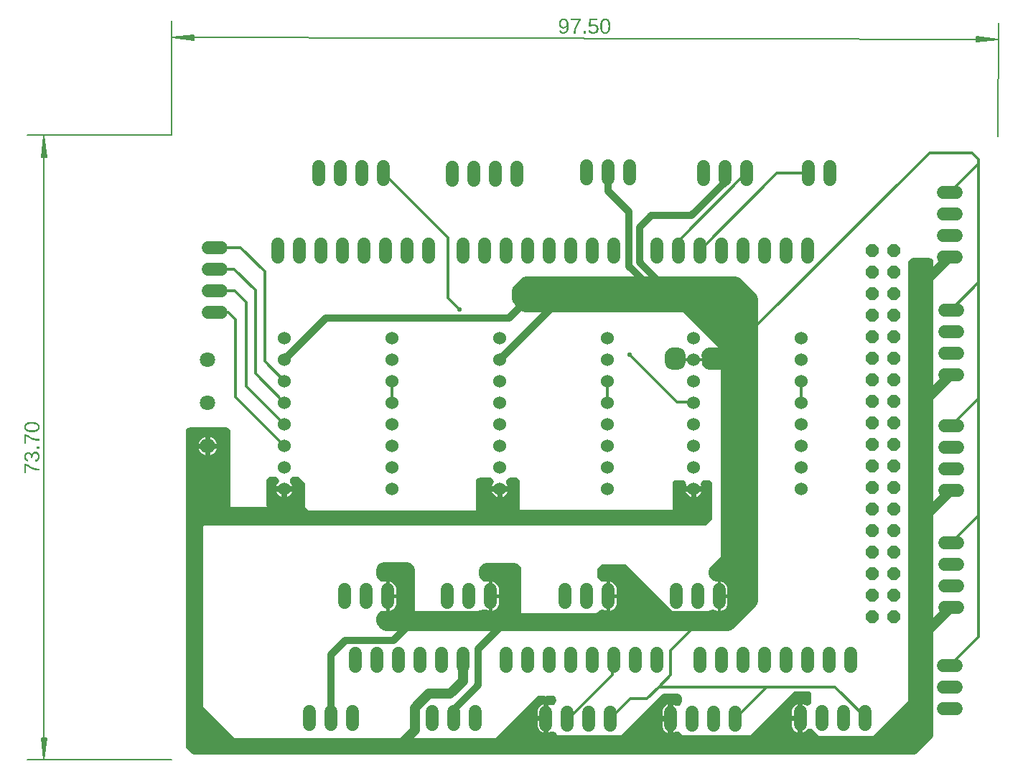
<source format=gbr>
G04 EAGLE Gerber RS-274X export*
G75*
%MOMM*%
%FSLAX34Y34*%
%LPD*%
%INTop Copper*%
%IPPOS*%
%AMOC8*
5,1,8,0,0,1.08239X$1,22.5*%
G01*
G04 Define Apertures*
%ADD10C,0.130000*%
%ADD11C,1.524000*%
%ADD12P,1.64956X8X112.5*%
%ADD13C,1.524000*%
%ADD14C,1.800000*%
%ADD15C,0.304800*%
%ADD16C,0.812800*%
%ADD17C,0.320041*%
%ADD18C,1.160000*%
%ADD19C,0.574041*%
%ADD20C,0.550000*%
G36*
X876877Y6402D02*
X874896Y6000D01*
X28104Y6000D01*
X26198Y6371D01*
X24512Y7488D01*
X18488Y13512D01*
X17402Y15123D01*
X17000Y17104D01*
X17000Y386920D01*
X17342Y388751D01*
X18431Y390454D01*
X20099Y391598D01*
X22080Y392000D01*
X64920Y392000D01*
X66751Y391658D01*
X68454Y390569D01*
X69598Y388901D01*
X70000Y386920D01*
X70000Y298082D01*
X70000Y298078D01*
X70009Y298009D01*
X70160Y298000D01*
X112877Y298000D01*
X112963Y298004D01*
X112983Y298007D01*
X112879Y298160D01*
X112000Y301016D01*
X112000Y328920D01*
X112342Y330751D01*
X113431Y332454D01*
X115099Y333598D01*
X117080Y334000D01*
X121831Y334000D01*
X123587Y333687D01*
X125307Y332625D01*
X126477Y330976D01*
X126910Y329001D01*
X126540Y327013D01*
X125423Y325328D01*
X125145Y325049D01*
X124150Y322648D01*
X142450Y322648D01*
X141455Y325049D01*
X141177Y325328D01*
X140157Y326791D01*
X139692Y328758D01*
X140031Y330751D01*
X141120Y332454D01*
X142788Y333598D01*
X144769Y334000D01*
X147896Y334000D01*
X149802Y333629D01*
X151488Y332512D01*
X156512Y327488D01*
X157598Y325877D01*
X158000Y323896D01*
X158000Y298201D01*
X158016Y297997D01*
X158113Y297887D01*
X161858Y294142D01*
X162014Y294009D01*
X162160Y294000D01*
X358918Y294000D01*
X358922Y294000D01*
X358991Y294009D01*
X359000Y294160D01*
X359000Y327896D01*
X359371Y329802D01*
X360488Y331488D01*
X360512Y331512D01*
X362123Y332598D01*
X364104Y333000D01*
X375035Y333000D01*
X376829Y332673D01*
X378540Y331597D01*
X379697Y329939D01*
X380115Y327961D01*
X379728Y325976D01*
X378350Y322648D01*
X396650Y322648D01*
X395272Y325976D01*
X394888Y327758D01*
X395226Y329751D01*
X396316Y331454D01*
X397984Y332598D01*
X399965Y333000D01*
X405920Y333000D01*
X407751Y332658D01*
X409454Y331569D01*
X410598Y329901D01*
X411000Y327920D01*
X411000Y296201D01*
X411016Y295997D01*
X411113Y295887D01*
X411858Y295142D01*
X412014Y295009D01*
X412160Y295000D01*
X590918Y295000D01*
X590922Y295000D01*
X590991Y295009D01*
X591000Y295160D01*
X591000Y324920D01*
X591342Y326751D01*
X592431Y328454D01*
X594099Y329598D01*
X596080Y330000D01*
X602292Y330000D01*
X604086Y329673D01*
X605798Y328597D01*
X606954Y326939D01*
X607372Y324961D01*
X606986Y322976D01*
X606850Y322648D01*
X625150Y322648D01*
X625014Y322976D01*
X624630Y324758D01*
X624969Y326751D01*
X626059Y328454D01*
X627726Y329598D01*
X629708Y330000D01*
X632920Y330000D01*
X634751Y329658D01*
X636454Y328569D01*
X637598Y326901D01*
X638000Y324920D01*
X638000Y286104D01*
X637629Y284198D01*
X636512Y282512D01*
X631488Y277488D01*
X629877Y276402D01*
X627896Y276000D01*
X38082Y276000D01*
X38078Y276000D01*
X38009Y275991D01*
X38000Y275840D01*
X38000Y62201D01*
X38016Y61997D01*
X38113Y61887D01*
X73858Y26142D01*
X74014Y26009D01*
X74160Y26000D01*
X382799Y26000D01*
X383003Y26016D01*
X383113Y26113D01*
X431512Y74512D01*
X433123Y75598D01*
X435104Y76000D01*
X438152Y76000D01*
X439869Y75701D01*
X441598Y74652D01*
X441772Y74411D01*
X441799Y74454D01*
X443467Y75598D01*
X445448Y76000D01*
X448920Y76000D01*
X450751Y75658D01*
X452454Y74569D01*
X453598Y72901D01*
X454000Y70920D01*
X454000Y69482D01*
X453673Y67689D01*
X452597Y65977D01*
X450939Y64820D01*
X448961Y64402D01*
X446976Y64789D01*
X444848Y65670D01*
X444848Y32130D01*
X447601Y33270D01*
X449024Y33630D01*
X451036Y33433D01*
X452812Y32467D01*
X453787Y31240D01*
X453829Y31269D01*
X454008Y31006D01*
X454113Y30887D01*
X455858Y29142D01*
X456014Y29009D01*
X456160Y29000D01*
X529799Y29000D01*
X530003Y29016D01*
X530113Y29113D01*
X577512Y76512D01*
X579123Y77598D01*
X581104Y78000D01*
X596920Y78000D01*
X598751Y77658D01*
X600454Y76569D01*
X601598Y74901D01*
X602000Y72920D01*
X602000Y68768D01*
X601673Y66974D01*
X600597Y65263D01*
X598939Y64106D01*
X596961Y63688D01*
X594976Y64074D01*
X591848Y65370D01*
X591848Y31830D01*
X595015Y33142D01*
X596153Y33464D01*
X598173Y33381D01*
X600001Y32517D01*
X601347Y31008D01*
X601925Y29310D01*
X601930Y29311D01*
X601948Y29241D01*
X601998Y29094D01*
X602009Y29009D01*
X602160Y29000D01*
X682799Y29000D01*
X683003Y29016D01*
X683113Y29113D01*
X733512Y79512D01*
X735123Y80598D01*
X737104Y81000D01*
X749920Y81000D01*
X751751Y80658D01*
X753454Y79569D01*
X754598Y77901D01*
X755000Y75920D01*
X755000Y69185D01*
X754673Y67391D01*
X753597Y65680D01*
X751939Y64523D01*
X749961Y64105D01*
X747976Y64492D01*
X744648Y65870D01*
X744648Y32330D01*
X747049Y33325D01*
X749270Y35546D01*
X750807Y36599D01*
X752781Y37033D01*
X754769Y36662D01*
X756454Y35546D01*
X763858Y28142D01*
X764014Y28009D01*
X764160Y28000D01*
X826799Y28000D01*
X827003Y28016D01*
X827113Y28113D01*
X868858Y69858D01*
X868991Y70014D01*
X869000Y70160D01*
X869000Y585896D01*
X869371Y587802D01*
X870488Y589488D01*
X871512Y590512D01*
X873123Y591598D01*
X875104Y592000D01*
X893920Y592000D01*
X895751Y591658D01*
X897454Y590569D01*
X898598Y588901D01*
X899000Y586920D01*
X899000Y30104D01*
X898629Y28198D01*
X897512Y26512D01*
X878488Y7488D01*
X876877Y6402D01*
G37*
%LPC*%
G36*
X46048Y373048D02*
X53644Y373048D01*
X52325Y376231D01*
X49231Y379325D01*
X46048Y380644D01*
X46048Y373048D01*
G37*
G36*
X32356Y373048D02*
X39952Y373048D01*
X39952Y380644D01*
X36769Y379325D01*
X33675Y376231D01*
X32356Y373048D01*
G37*
G36*
X36769Y360675D02*
X39952Y359356D01*
X39952Y366952D01*
X32356Y366952D01*
X33675Y363769D01*
X36769Y360675D01*
G37*
G36*
X46048Y366952D02*
X46048Y359356D01*
X49231Y360675D01*
X52325Y363769D01*
X53644Y366952D01*
X46048Y366952D01*
G37*
G36*
X619048Y316552D02*
X619048Y310450D01*
X621449Y311445D01*
X624155Y314151D01*
X625150Y316552D01*
X619048Y316552D01*
G37*
G36*
X610551Y311445D02*
X612952Y310450D01*
X612952Y316552D01*
X606850Y316552D01*
X607845Y314151D01*
X610551Y311445D01*
G37*
G36*
X390548Y316552D02*
X390548Y310450D01*
X392949Y311445D01*
X395655Y314151D01*
X396650Y316552D01*
X390548Y316552D01*
G37*
G36*
X382051Y311445D02*
X384452Y310450D01*
X384452Y316552D01*
X378350Y316552D01*
X379345Y314151D01*
X382051Y311445D01*
G37*
G36*
X136348Y316552D02*
X136348Y310450D01*
X138749Y311445D01*
X141455Y314151D01*
X142450Y316552D01*
X136348Y316552D01*
G37*
G36*
X127851Y311445D02*
X130252Y310450D01*
X130252Y316552D01*
X124150Y316552D01*
X125145Y314151D01*
X127851Y311445D01*
G37*
G36*
X731980Y52148D02*
X738552Y52148D01*
X738552Y65870D01*
X736151Y64875D01*
X733445Y62169D01*
X731980Y58634D01*
X731980Y52148D01*
G37*
G36*
X432180Y51948D02*
X438752Y51948D01*
X438752Y65670D01*
X436351Y64675D01*
X433645Y61969D01*
X432180Y58434D01*
X432180Y51948D01*
G37*
G36*
X579180Y51648D02*
X585752Y51648D01*
X585752Y65370D01*
X583351Y64375D01*
X580645Y61669D01*
X579180Y58134D01*
X579180Y51648D01*
G37*
G36*
X736151Y33325D02*
X738552Y32330D01*
X738552Y46052D01*
X731980Y46052D01*
X731980Y39566D01*
X733445Y36031D01*
X736151Y33325D01*
G37*
G36*
X436351Y33125D02*
X438752Y32130D01*
X438752Y45852D01*
X432180Y45852D01*
X432180Y39366D01*
X433645Y35831D01*
X436351Y33125D01*
G37*
G36*
X583351Y32825D02*
X585752Y31830D01*
X585752Y45552D01*
X579180Y45552D01*
X579180Y39066D01*
X580645Y35531D01*
X583351Y32825D01*
G37*
%LPD*%
G36*
X659779Y152724D02*
X656212Y152000D01*
X253788Y152000D01*
X250356Y152668D01*
X247322Y154678D01*
X244678Y157322D01*
X242724Y160221D01*
X242000Y163788D01*
X242000Y166833D01*
X242589Y170061D01*
X244525Y173142D01*
X247510Y175224D01*
X251071Y175977D01*
X252183Y175760D01*
X253368Y175760D01*
X253368Y210240D01*
X252420Y210240D01*
X251435Y210028D01*
X247848Y210638D01*
X244782Y212599D01*
X242724Y215601D01*
X242000Y219167D01*
X242000Y223856D01*
X242615Y227152D01*
X244576Y230218D01*
X247578Y232276D01*
X251144Y233000D01*
X277856Y233000D01*
X281152Y232385D01*
X284218Y230424D01*
X286276Y227422D01*
X287000Y223856D01*
X287000Y176169D01*
X287005Y176045D01*
X287009Y176010D01*
X287214Y176000D01*
X362831Y176000D01*
X362955Y176005D01*
X362996Y176010D01*
X363103Y176081D01*
X363162Y176099D01*
X363372Y176212D01*
X363394Y176170D01*
X368106Y177619D01*
X371678Y176923D01*
X374368Y175809D01*
X374368Y210240D01*
X373420Y210240D01*
X372435Y210028D01*
X368848Y210638D01*
X365782Y212599D01*
X363724Y215601D01*
X363000Y219167D01*
X363000Y222856D01*
X363615Y226152D01*
X365576Y229218D01*
X368578Y231276D01*
X372144Y232000D01*
X403856Y232000D01*
X407152Y231385D01*
X410218Y229424D01*
X412276Y226422D01*
X413000Y222856D01*
X413000Y173169D01*
X413005Y173045D01*
X413009Y173010D01*
X413214Y173000D01*
X500701Y173000D01*
X501007Y173020D01*
X501151Y173151D01*
X501789Y173789D01*
X501854Y173863D01*
X501888Y173888D01*
X502000Y174000D01*
X502018Y173982D01*
X505095Y176225D01*
X508655Y176977D01*
X512228Y176281D01*
X513368Y175809D01*
X513368Y210240D01*
X512420Y210240D01*
X511435Y210028D01*
X507848Y210638D01*
X504782Y212599D01*
X502724Y215601D01*
X502000Y219167D01*
X502000Y221856D01*
X502615Y225152D01*
X504576Y228218D01*
X507578Y230276D01*
X511144Y231000D01*
X532212Y231000D01*
X535644Y230332D01*
X538678Y228322D01*
X590789Y176211D01*
X591019Y176009D01*
X591214Y176000D01*
X633831Y176000D01*
X633955Y176005D01*
X633997Y176010D01*
X634372Y176212D01*
X634458Y176052D01*
X638723Y177363D01*
X642296Y176668D01*
X644368Y175809D01*
X644368Y210240D01*
X643144Y210240D01*
X639848Y210855D01*
X636782Y212816D01*
X634724Y215818D01*
X634000Y219384D01*
X634000Y222212D01*
X634668Y225644D01*
X636678Y228678D01*
X647789Y239789D01*
X647991Y240019D01*
X648000Y240214D01*
X648000Y459831D01*
X647995Y459955D01*
X647991Y459990D01*
X647786Y460000D01*
X634764Y460000D01*
X631468Y460615D01*
X628402Y462576D01*
X626344Y465578D01*
X625620Y469144D01*
X625620Y469968D01*
X606380Y469968D01*
X606380Y469144D01*
X605765Y465848D01*
X603804Y462782D01*
X600802Y460724D01*
X597236Y460000D01*
X591144Y460000D01*
X587848Y460615D01*
X584782Y462576D01*
X582724Y465578D01*
X582000Y469144D01*
X582000Y476856D01*
X582615Y480152D01*
X584576Y483218D01*
X587578Y485276D01*
X591144Y486000D01*
X597701Y486000D01*
X600930Y485411D01*
X604011Y483475D01*
X606093Y480490D01*
X606845Y476929D01*
X606380Y474541D01*
X606380Y474032D01*
X625620Y474032D01*
X625620Y474427D01*
X625159Y476565D01*
X625769Y480152D01*
X627731Y483218D01*
X630732Y485276D01*
X634299Y486000D01*
X645746Y486000D01*
X645975Y486013D01*
X645849Y486151D01*
X604211Y527789D01*
X603981Y527991D01*
X603786Y528000D01*
X417788Y528000D01*
X414356Y528668D01*
X411322Y530678D01*
X404678Y537322D01*
X402724Y540221D01*
X402000Y543788D01*
X402000Y553212D01*
X402668Y556644D01*
X404678Y559678D01*
X412322Y567322D01*
X415221Y569276D01*
X418788Y570000D01*
X665212Y570000D01*
X668644Y569332D01*
X671678Y567322D01*
X689322Y549678D01*
X691276Y546779D01*
X692000Y543212D01*
X692000Y187788D01*
X691332Y184356D01*
X689322Y181322D01*
X662678Y154678D01*
X659779Y152724D01*
G37*
%LPC*%
G36*
X257432Y195032D02*
X265020Y195032D01*
X265020Y202534D01*
X263555Y206069D01*
X260849Y208775D01*
X257432Y210191D01*
X257432Y195032D01*
G37*
G36*
X378432Y195032D02*
X386020Y195032D01*
X386020Y202534D01*
X384555Y206069D01*
X381849Y208775D01*
X378432Y210191D01*
X378432Y195032D01*
G37*
G36*
X517432Y195032D02*
X525020Y195032D01*
X525020Y202534D01*
X523555Y206069D01*
X520849Y208775D01*
X517432Y210191D01*
X517432Y195032D01*
G37*
G36*
X648432Y195032D02*
X656020Y195032D01*
X656020Y202534D01*
X654555Y206069D01*
X651849Y208775D01*
X648432Y210191D01*
X648432Y195032D01*
G37*
G36*
X648432Y190968D02*
X648432Y175809D01*
X651849Y177225D01*
X654555Y179931D01*
X656020Y183466D01*
X656020Y190968D01*
X648432Y190968D01*
G37*
G36*
X517432Y190968D02*
X517432Y175809D01*
X520849Y177225D01*
X523555Y179931D01*
X525020Y183466D01*
X525020Y190968D01*
X517432Y190968D01*
G37*
G36*
X378432Y190968D02*
X378432Y175809D01*
X381849Y177225D01*
X384555Y179931D01*
X386020Y183466D01*
X386020Y190968D01*
X378432Y190968D01*
G37*
G36*
X257432Y190968D02*
X257432Y175809D01*
X260849Y177225D01*
X263555Y179931D01*
X265020Y183466D01*
X265020Y190968D01*
X257432Y190968D01*
G37*
%LPD*%
G36*
X511757Y856352D02*
X511390Y856362D01*
X511035Y856389D01*
X510692Y856434D01*
X510360Y856496D01*
X510039Y856577D01*
X509731Y856675D01*
X509434Y856791D01*
X509148Y856924D01*
X508874Y857075D01*
X508612Y857244D01*
X508362Y857431D01*
X508123Y857635D01*
X507895Y857857D01*
X507680Y858097D01*
X507476Y858354D01*
X507283Y858629D01*
X507103Y858922D01*
X506934Y859230D01*
X506776Y859555D01*
X506631Y859896D01*
X506497Y860253D01*
X506375Y860627D01*
X506264Y861016D01*
X506166Y861422D01*
X506079Y861845D01*
X506004Y862283D01*
X505940Y862738D01*
X505888Y863209D01*
X505848Y863697D01*
X505820Y864201D01*
X505803Y864721D01*
X505798Y865257D01*
X505823Y866335D01*
X505852Y866848D01*
X505893Y867344D01*
X505945Y867822D01*
X506008Y868282D01*
X506083Y868726D01*
X506168Y869151D01*
X506266Y869560D01*
X506374Y869950D01*
X506494Y870324D01*
X506625Y870679D01*
X506768Y871018D01*
X506922Y871339D01*
X507087Y871642D01*
X507264Y871928D01*
X507452Y872197D01*
X507654Y872448D01*
X507869Y872682D01*
X508098Y872898D01*
X508339Y873097D01*
X508594Y873279D01*
X508861Y873443D01*
X509142Y873590D01*
X509436Y873720D01*
X509743Y873832D01*
X510063Y873927D01*
X510397Y874004D01*
X510743Y874065D01*
X511103Y874107D01*
X511476Y874133D01*
X511862Y874141D01*
X512237Y874131D01*
X512601Y874104D01*
X512951Y874060D01*
X513289Y873998D01*
X513614Y873918D01*
X513927Y873821D01*
X514228Y873707D01*
X514515Y873575D01*
X514791Y873425D01*
X515053Y873258D01*
X515304Y873073D01*
X515541Y872871D01*
X515766Y872652D01*
X515979Y872415D01*
X516179Y872160D01*
X516366Y871888D01*
X516542Y871598D01*
X516706Y871292D01*
X516859Y870969D01*
X517000Y870629D01*
X517130Y870272D01*
X517249Y869899D01*
X517356Y869508D01*
X517452Y869101D01*
X517536Y868677D01*
X517609Y868236D01*
X517671Y867778D01*
X517721Y867303D01*
X517788Y866303D01*
X517809Y865236D01*
X517802Y864703D01*
X517783Y864185D01*
X517752Y863684D01*
X517710Y863199D01*
X517655Y862730D01*
X517589Y862276D01*
X517510Y861839D01*
X517420Y861418D01*
X517318Y861013D01*
X517204Y860624D01*
X517078Y860251D01*
X516940Y859894D01*
X516790Y859553D01*
X516629Y859228D01*
X516455Y858919D01*
X516270Y858626D01*
X516073Y858350D01*
X515864Y858092D01*
X515645Y857852D01*
X515413Y857629D01*
X515171Y857425D01*
X514917Y857238D01*
X514652Y857069D01*
X514376Y856918D01*
X514088Y856785D01*
X513789Y856669D01*
X513479Y856572D01*
X513157Y856492D01*
X512824Y856430D01*
X512480Y856387D01*
X512124Y856360D01*
X511757Y856352D01*
G37*
%LPC*%
G36*
X511785Y858155D02*
X512025Y858162D01*
X512256Y858182D01*
X512480Y858215D01*
X512695Y858263D01*
X512903Y858324D01*
X513102Y858398D01*
X513293Y858486D01*
X513476Y858588D01*
X513817Y858832D01*
X514126Y859131D01*
X514402Y859485D01*
X514646Y859893D01*
X514860Y860357D01*
X515045Y860879D01*
X515202Y861460D01*
X515331Y862100D01*
X515432Y862797D01*
X515504Y863553D01*
X515548Y864367D01*
X515564Y865240D01*
X515552Y866143D01*
X515513Y866982D01*
X515446Y867757D01*
X515353Y868467D01*
X515233Y869113D01*
X515085Y869694D01*
X514910Y870211D01*
X514708Y870664D01*
X514475Y871058D01*
X514207Y871400D01*
X513903Y871689D01*
X513565Y871926D01*
X513191Y872111D01*
X512991Y872183D01*
X512782Y872243D01*
X512564Y872289D01*
X512338Y872322D01*
X512103Y872343D01*
X511859Y872349D01*
X511609Y872343D01*
X511368Y872324D01*
X511135Y872293D01*
X510912Y872248D01*
X510698Y872190D01*
X510492Y872119D01*
X510108Y871938D01*
X509760Y871706D01*
X509448Y871422D01*
X509171Y871086D01*
X508930Y870698D01*
X508721Y870251D01*
X508539Y869738D01*
X508385Y869157D01*
X508259Y868510D01*
X508161Y867796D01*
X508090Y867015D01*
X508047Y866167D01*
X508031Y865253D01*
X508044Y864364D01*
X508084Y863536D01*
X508153Y862770D01*
X508251Y862066D01*
X508377Y861423D01*
X508531Y860842D01*
X508713Y860323D01*
X508923Y859866D01*
X509165Y859466D01*
X509439Y859119D01*
X509747Y858825D01*
X510088Y858585D01*
X510462Y858398D01*
X510662Y858324D01*
X510870Y858264D01*
X511086Y858217D01*
X511311Y858183D01*
X511544Y858163D01*
X511785Y858155D01*
G37*
%LPD*%
G36*
X462453Y856438D02*
X461959Y856452D01*
X461491Y856493D01*
X461048Y856561D01*
X460630Y856655D01*
X460237Y856775D01*
X459869Y856922D01*
X459527Y857096D01*
X459210Y857296D01*
X458916Y857527D01*
X458643Y857789D01*
X458393Y858085D01*
X458164Y858413D01*
X457957Y858774D01*
X457772Y859168D01*
X457608Y859594D01*
X457466Y860054D01*
X459577Y860381D01*
X459665Y860120D01*
X459766Y859875D01*
X459880Y859647D01*
X460006Y859436D01*
X460145Y859242D01*
X460296Y859064D01*
X460459Y858904D01*
X460635Y858760D01*
X460824Y858633D01*
X461025Y858523D01*
X461238Y858430D01*
X461464Y858354D01*
X461703Y858294D01*
X461954Y858252D01*
X462217Y858226D01*
X462493Y858217D01*
X462727Y858223D01*
X462955Y858244D01*
X463176Y858278D01*
X463390Y858326D01*
X463598Y858388D01*
X463799Y858463D01*
X464180Y858656D01*
X464536Y858903D01*
X464864Y859207D01*
X465165Y859565D01*
X465440Y859978D01*
X465686Y860443D01*
X465901Y860955D01*
X466085Y861514D01*
X466238Y862121D01*
X466360Y862774D01*
X466452Y863475D01*
X466512Y864223D01*
X466541Y865019D01*
X466407Y864750D01*
X466251Y864494D01*
X466073Y864253D01*
X465874Y864025D01*
X465652Y863810D01*
X465409Y863609D01*
X465144Y863422D01*
X464857Y863249D01*
X464556Y863093D01*
X464247Y862957D01*
X463931Y862843D01*
X463608Y862750D01*
X463278Y862677D01*
X462940Y862625D01*
X462595Y862595D01*
X462243Y862585D01*
X461955Y862592D01*
X461675Y862611D01*
X461402Y862642D01*
X461136Y862686D01*
X460626Y862812D01*
X460146Y862987D01*
X459694Y863212D01*
X459272Y863487D01*
X458880Y863812D01*
X458516Y864186D01*
X458189Y864602D01*
X457906Y865050D01*
X457666Y865530D01*
X457470Y866044D01*
X457318Y866589D01*
X457210Y867167D01*
X457146Y867778D01*
X457125Y868421D01*
X457131Y868755D01*
X457150Y869081D01*
X457222Y869704D01*
X457342Y870291D01*
X457510Y870842D01*
X457724Y871356D01*
X457987Y871834D01*
X458296Y872276D01*
X458654Y872682D01*
X459053Y873045D01*
X459490Y873359D01*
X459964Y873625D01*
X460474Y873842D01*
X461022Y874011D01*
X461607Y874131D01*
X461914Y874173D01*
X462230Y874203D01*
X462555Y874221D01*
X462889Y874226D01*
X463244Y874217D01*
X463588Y874192D01*
X463921Y874149D01*
X464243Y874090D01*
X464554Y874015D01*
X464854Y873922D01*
X465143Y873814D01*
X465421Y873688D01*
X465689Y873546D01*
X465945Y873387D01*
X466190Y873211D01*
X466425Y873019D01*
X466648Y872810D01*
X466860Y872585D01*
X467062Y872343D01*
X467253Y872084D01*
X467432Y871808D01*
X467599Y871516D01*
X467755Y871207D01*
X467900Y870881D01*
X468033Y870539D01*
X468154Y870179D01*
X468263Y869803D01*
X468361Y869411D01*
X468447Y869001D01*
X468522Y868575D01*
X468585Y868132D01*
X468636Y867672D01*
X468676Y867195D01*
X468704Y866702D01*
X468726Y865665D01*
X468718Y865116D01*
X468698Y864584D01*
X468666Y864068D01*
X468621Y863567D01*
X468563Y863083D01*
X468492Y862615D01*
X468409Y862163D01*
X468313Y861728D01*
X468204Y861308D01*
X468082Y860905D01*
X467948Y860517D01*
X467802Y860146D01*
X467642Y859791D01*
X467470Y859452D01*
X467286Y859129D01*
X467088Y858822D01*
X466879Y858533D01*
X466659Y858262D01*
X466429Y858010D01*
X466187Y857777D01*
X465935Y857563D01*
X465673Y857367D01*
X465399Y857190D01*
X465115Y857032D01*
X464820Y856892D01*
X464514Y856771D01*
X464197Y856669D01*
X463870Y856585D01*
X463532Y856520D01*
X463183Y856474D01*
X462823Y856447D01*
X462453Y856438D01*
G37*
%LPC*%
G36*
X462773Y864326D02*
X463011Y864332D01*
X463243Y864352D01*
X463472Y864386D01*
X463697Y864433D01*
X464133Y864569D01*
X464553Y864758D01*
X464943Y864998D01*
X465289Y865283D01*
X465591Y865613D01*
X465849Y865989D01*
X465961Y866192D01*
X466057Y866401D01*
X466138Y866618D01*
X466205Y866841D01*
X466257Y867071D01*
X466295Y867309D01*
X466317Y867553D01*
X466325Y867804D01*
X466311Y868313D01*
X466267Y868796D01*
X466193Y869254D01*
X466089Y869686D01*
X465955Y870093D01*
X465791Y870474D01*
X465598Y870830D01*
X465374Y871161D01*
X465125Y871459D01*
X464856Y871717D01*
X464566Y871936D01*
X464256Y872115D01*
X463926Y872255D01*
X463575Y872354D01*
X463204Y872415D01*
X462812Y872435D01*
X462424Y872419D01*
X462057Y872369D01*
X461711Y872284D01*
X461385Y872166D01*
X461081Y872014D01*
X460798Y871828D01*
X460536Y871608D01*
X460295Y871354D01*
X460079Y871071D01*
X459892Y870764D01*
X459733Y870433D01*
X459603Y870078D01*
X459502Y869698D01*
X459429Y869295D01*
X459385Y868868D01*
X459370Y868417D01*
X459384Y867957D01*
X459426Y867522D01*
X459497Y867111D01*
X459597Y866725D01*
X459726Y866364D01*
X459883Y866027D01*
X460070Y865716D01*
X460285Y865428D01*
X460525Y865171D01*
X460785Y864947D01*
X461065Y864758D01*
X461366Y864603D01*
X461687Y864482D01*
X462029Y864396D01*
X462391Y864344D01*
X462773Y864326D01*
G37*
%LPD*%
G36*
X497617Y856377D02*
X497027Y856394D01*
X496467Y856445D01*
X495936Y856528D01*
X495434Y856644D01*
X494961Y856794D01*
X494517Y856976D01*
X494103Y857191D01*
X493717Y857439D01*
X493364Y857718D01*
X493044Y858026D01*
X492759Y858364D01*
X492508Y858732D01*
X492291Y859129D01*
X492109Y859555D01*
X491960Y860011D01*
X491846Y860497D01*
X494079Y860750D01*
X494174Y860440D01*
X494287Y860149D01*
X494417Y859878D01*
X494564Y859628D01*
X494728Y859397D01*
X494909Y859186D01*
X495108Y858996D01*
X495324Y858825D01*
X495557Y858675D01*
X495807Y858544D01*
X496074Y858433D01*
X496359Y858343D01*
X496661Y858272D01*
X496980Y858221D01*
X497316Y858191D01*
X497669Y858180D01*
X498102Y858196D01*
X498510Y858246D01*
X498895Y858329D01*
X499255Y858446D01*
X499591Y858596D01*
X499904Y858780D01*
X500192Y858998D01*
X500456Y859249D01*
X500692Y859529D01*
X500897Y859835D01*
X501070Y860166D01*
X501212Y860522D01*
X501323Y860903D01*
X501402Y861309D01*
X501450Y861741D01*
X501467Y862197D01*
X501452Y862596D01*
X501405Y862974D01*
X501326Y863333D01*
X501216Y863673D01*
X501075Y863993D01*
X500901Y864294D01*
X500696Y864575D01*
X500459Y864837D01*
X500196Y865073D01*
X499910Y865278D01*
X499602Y865451D01*
X499272Y865593D01*
X498920Y865704D01*
X498546Y865783D01*
X498150Y865831D01*
X497731Y865848D01*
X497291Y865831D01*
X496866Y865778D01*
X496457Y865691D01*
X496062Y865568D01*
X495676Y865403D01*
X495289Y865189D01*
X494902Y864926D01*
X494515Y864614D01*
X492356Y864618D01*
X492949Y873916D01*
X502775Y873899D01*
X502772Y872022D01*
X494957Y872035D01*
X494617Y866552D01*
X494987Y866810D01*
X495379Y867034D01*
X495793Y867223D01*
X496228Y867378D01*
X496686Y867498D01*
X497165Y867583D01*
X497666Y867634D01*
X498188Y867650D01*
X498810Y867626D01*
X499399Y867554D01*
X499956Y867437D01*
X500480Y867272D01*
X500972Y867061D01*
X501432Y866803D01*
X501858Y866498D01*
X502253Y866146D01*
X502607Y865757D01*
X502914Y865340D01*
X503174Y864895D01*
X503386Y864421D01*
X503551Y863919D01*
X503668Y863388D01*
X503738Y862829D01*
X503761Y862242D01*
X503754Y861905D01*
X503734Y861577D01*
X503702Y861258D01*
X503657Y860948D01*
X503600Y860647D01*
X503529Y860355D01*
X503446Y860072D01*
X503350Y859799D01*
X503121Y859279D01*
X502841Y858796D01*
X502510Y858349D01*
X502128Y857939D01*
X501701Y857572D01*
X501235Y857254D01*
X500730Y856985D01*
X500186Y856765D01*
X499603Y856594D01*
X499296Y856527D01*
X498980Y856473D01*
X498654Y856430D01*
X498318Y856400D01*
X497972Y856382D01*
X497617Y856377D01*
G37*
G36*
X476680Y856659D02*
X474373Y856663D01*
X474397Y857496D01*
X474464Y858341D01*
X474575Y859196D01*
X474730Y860062D01*
X474929Y860939D01*
X475172Y861827D01*
X475459Y862725D01*
X475790Y863635D01*
X476172Y864567D01*
X476614Y865534D01*
X477114Y866535D01*
X477673Y867571D01*
X478290Y868641D01*
X478967Y869747D01*
X479703Y870886D01*
X480497Y872061D01*
X471211Y872077D01*
X471214Y873954D01*
X482635Y873934D01*
X482632Y872143D01*
X481401Y870230D01*
X480366Y868537D01*
X479525Y867062D01*
X479178Y866407D01*
X478879Y865807D01*
X478366Y864664D01*
X478134Y864096D01*
X477920Y863530D01*
X477723Y862965D01*
X477543Y862402D01*
X477380Y861842D01*
X477234Y861283D01*
X477105Y860722D01*
X476993Y860157D01*
X476898Y859586D01*
X476820Y859011D01*
X476760Y858430D01*
X476716Y857845D01*
X476689Y857254D01*
X476680Y856659D01*
G37*
G36*
X488551Y856638D02*
X486158Y856642D01*
X486163Y859329D01*
X488555Y859325D01*
X488551Y856638D01*
G37*
G36*
X-164394Y386536D02*
X-165472Y386558D01*
X-165985Y386587D01*
X-166481Y386627D01*
X-166959Y386678D01*
X-167420Y386740D01*
X-167863Y386814D01*
X-168289Y386899D01*
X-168697Y386996D01*
X-169088Y387104D01*
X-169462Y387223D01*
X-169818Y387353D01*
X-170157Y387495D01*
X-170478Y387649D01*
X-170782Y387813D01*
X-171068Y387989D01*
X-171337Y388178D01*
X-171588Y388379D01*
X-171822Y388594D01*
X-172039Y388822D01*
X-172239Y389063D01*
X-172421Y389317D01*
X-172586Y389584D01*
X-172733Y389865D01*
X-172863Y390159D01*
X-172976Y390466D01*
X-173071Y390786D01*
X-173150Y391119D01*
X-173210Y391465D01*
X-173254Y391825D01*
X-173280Y392198D01*
X-173288Y392584D01*
X-173280Y392959D01*
X-173253Y393323D01*
X-173209Y393673D01*
X-173148Y394011D01*
X-173069Y394337D01*
X-172973Y394650D01*
X-172859Y394950D01*
X-172727Y395238D01*
X-172578Y395514D01*
X-172411Y395777D01*
X-172227Y396027D01*
X-172025Y396265D01*
X-171806Y396491D01*
X-171569Y396704D01*
X-171315Y396904D01*
X-171043Y397092D01*
X-170754Y397268D01*
X-170448Y397433D01*
X-170125Y397586D01*
X-169786Y397728D01*
X-169429Y397859D01*
X-169056Y397978D01*
X-168666Y398086D01*
X-168258Y398183D01*
X-167834Y398268D01*
X-167394Y398342D01*
X-166936Y398404D01*
X-166461Y398455D01*
X-165461Y398523D01*
X-164394Y398546D01*
X-163861Y398540D01*
X-163343Y398522D01*
X-162842Y398492D01*
X-162357Y398451D01*
X-161887Y398397D01*
X-161434Y398331D01*
X-160997Y398254D01*
X-160576Y398164D01*
X-160170Y398063D01*
X-159781Y397950D01*
X-159408Y397824D01*
X-159050Y397687D01*
X-158709Y397538D01*
X-158384Y397377D01*
X-158075Y397204D01*
X-157781Y397019D01*
X-157505Y396822D01*
X-157247Y396614D01*
X-157006Y396395D01*
X-156783Y396164D01*
X-156578Y395922D01*
X-156391Y395669D01*
X-156222Y395404D01*
X-156070Y395128D01*
X-155936Y394841D01*
X-155821Y394542D01*
X-155723Y394232D01*
X-155642Y393910D01*
X-155580Y393577D01*
X-155535Y393233D01*
X-155509Y392877D01*
X-155500Y392510D01*
X-155509Y392143D01*
X-155535Y391788D01*
X-155579Y391445D01*
X-155642Y391112D01*
X-155721Y390792D01*
X-155819Y390483D01*
X-155934Y390186D01*
X-156067Y389900D01*
X-156218Y389626D01*
X-156386Y389364D01*
X-156572Y389113D01*
X-156776Y388874D01*
X-156998Y388646D01*
X-157237Y388430D01*
X-157494Y388225D01*
X-157769Y388032D01*
X-158061Y387851D01*
X-158369Y387682D01*
X-158694Y387524D01*
X-159034Y387378D01*
X-159391Y387243D01*
X-159765Y387120D01*
X-160154Y387009D01*
X-160560Y386910D01*
X-160982Y386822D01*
X-161421Y386746D01*
X-161876Y386682D01*
X-162347Y386629D01*
X-162834Y386588D01*
X-163338Y386559D01*
X-163858Y386542D01*
X-164394Y386536D01*
G37*
%LPC*%
G36*
X-164394Y388769D02*
X-163505Y388783D01*
X-162677Y388825D01*
X-161911Y388895D01*
X-161207Y388994D01*
X-160565Y389121D01*
X-159984Y389276D01*
X-159465Y389459D01*
X-159008Y389670D01*
X-158609Y389912D01*
X-158262Y390187D01*
X-157969Y390496D01*
X-157729Y390837D01*
X-157543Y391212D01*
X-157470Y391412D01*
X-157410Y391620D01*
X-157363Y391836D01*
X-157330Y392061D01*
X-157310Y392294D01*
X-157303Y392535D01*
X-157310Y392775D01*
X-157330Y393006D01*
X-157364Y393230D01*
X-157412Y393445D01*
X-157473Y393652D01*
X-157548Y393851D01*
X-157636Y394042D01*
X-157739Y394225D01*
X-157984Y394566D01*
X-158283Y394874D01*
X-158637Y395150D01*
X-159045Y395393D01*
X-159510Y395606D01*
X-160033Y395790D01*
X-160614Y395946D01*
X-161253Y396074D01*
X-161951Y396173D01*
X-162707Y396244D01*
X-163521Y396287D01*
X-164394Y396301D01*
X-165297Y396288D01*
X-166136Y396247D01*
X-166910Y396179D01*
X-167620Y396085D01*
X-168266Y395963D01*
X-168847Y395815D01*
X-169364Y395639D01*
X-169816Y395436D01*
X-170210Y395202D01*
X-170552Y394934D01*
X-170841Y394630D01*
X-171077Y394291D01*
X-171261Y393917D01*
X-171333Y393716D01*
X-171392Y393507D01*
X-171438Y393290D01*
X-171471Y393063D01*
X-171491Y392828D01*
X-171497Y392584D01*
X-171491Y392334D01*
X-171471Y392093D01*
X-171439Y391861D01*
X-171394Y391637D01*
X-171335Y391423D01*
X-171264Y391218D01*
X-171083Y390834D01*
X-170850Y390486D01*
X-170566Y390174D01*
X-170229Y389898D01*
X-169841Y389658D01*
X-169394Y389449D01*
X-168879Y389269D01*
X-168299Y389116D01*
X-167651Y388991D01*
X-166937Y388894D01*
X-166156Y388824D01*
X-165308Y388782D01*
X-164394Y388769D01*
G37*
%LPD*%
G36*
X-160186Y351605D02*
X-160395Y353887D01*
X-160023Y353953D01*
X-159676Y354042D01*
X-159352Y354154D01*
X-159053Y354288D01*
X-158777Y354444D01*
X-158526Y354623D01*
X-158298Y354825D01*
X-158094Y355049D01*
X-157915Y355296D01*
X-157759Y355565D01*
X-157627Y355857D01*
X-157519Y356171D01*
X-157435Y356508D01*
X-157376Y356867D01*
X-157340Y357249D01*
X-157328Y357653D01*
X-157340Y358059D01*
X-157379Y358442D01*
X-157443Y358804D01*
X-157533Y359142D01*
X-157649Y359458D01*
X-157790Y359752D01*
X-157957Y360023D01*
X-158150Y360272D01*
X-158367Y360495D01*
X-158610Y360688D01*
X-158878Y360852D01*
X-159171Y360985D01*
X-159488Y361089D01*
X-159831Y361164D01*
X-160198Y361208D01*
X-160591Y361223D01*
X-160934Y361206D01*
X-161258Y361155D01*
X-161562Y361070D01*
X-161847Y360952D01*
X-162112Y360799D01*
X-162359Y360612D01*
X-162586Y360392D01*
X-162793Y360137D01*
X-162978Y359851D01*
X-163139Y359534D01*
X-163275Y359188D01*
X-163386Y358811D01*
X-163473Y358404D01*
X-163535Y357967D01*
X-163572Y357500D01*
X-163584Y357003D01*
X-163584Y355752D01*
X-165498Y355752D01*
X-165498Y356954D01*
X-165510Y357395D01*
X-165548Y357811D01*
X-165609Y358201D01*
X-165696Y358566D01*
X-165807Y358905D01*
X-165943Y359218D01*
X-166104Y359507D01*
X-166289Y359769D01*
X-166497Y360004D01*
X-166723Y360207D01*
X-166968Y360379D01*
X-167233Y360519D01*
X-167516Y360629D01*
X-167818Y360707D01*
X-168139Y360754D01*
X-168479Y360769D01*
X-168817Y360756D01*
X-169136Y360718D01*
X-169437Y360654D01*
X-169720Y360565D01*
X-169984Y360451D01*
X-170231Y360310D01*
X-170459Y360145D01*
X-170669Y359953D01*
X-170857Y359737D01*
X-171021Y359496D01*
X-171159Y359230D01*
X-171272Y358940D01*
X-171360Y358624D01*
X-171422Y358285D01*
X-171460Y357920D01*
X-171473Y357530D01*
X-171461Y357174D01*
X-171426Y356835D01*
X-171367Y356514D01*
X-171286Y356210D01*
X-171180Y355924D01*
X-171052Y355655D01*
X-170900Y355403D01*
X-170724Y355169D01*
X-170528Y354955D01*
X-170312Y354765D01*
X-170077Y354599D01*
X-169823Y354456D01*
X-169549Y354336D01*
X-169257Y354241D01*
X-168945Y354168D01*
X-168614Y354120D01*
X-168786Y351899D01*
X-169302Y351981D01*
X-169789Y352101D01*
X-170247Y352262D01*
X-170675Y352462D01*
X-171075Y352702D01*
X-171445Y352982D01*
X-171786Y353301D01*
X-172098Y353660D01*
X-172377Y354052D01*
X-172619Y354471D01*
X-172823Y354918D01*
X-172991Y355391D01*
X-173121Y355892D01*
X-173214Y356419D01*
X-173270Y356973D01*
X-173288Y357555D01*
X-173269Y358187D01*
X-173213Y358783D01*
X-173118Y359343D01*
X-172986Y359866D01*
X-172816Y360353D01*
X-172609Y360804D01*
X-172363Y361219D01*
X-172080Y361597D01*
X-171763Y361935D01*
X-171416Y362228D01*
X-171040Y362476D01*
X-170634Y362678D01*
X-170198Y362836D01*
X-169733Y362949D01*
X-169237Y363016D01*
X-168712Y363039D01*
X-168308Y363024D01*
X-167923Y362981D01*
X-167557Y362909D01*
X-167211Y362807D01*
X-166884Y362677D01*
X-166577Y362518D01*
X-166288Y362330D01*
X-166020Y362113D01*
X-165771Y361868D01*
X-165543Y361597D01*
X-165336Y361300D01*
X-165150Y360976D01*
X-164985Y360626D01*
X-164841Y360250D01*
X-164717Y359848D01*
X-164615Y359420D01*
X-164566Y359420D01*
X-164500Y359891D01*
X-164406Y360335D01*
X-164285Y360753D01*
X-164136Y361143D01*
X-163960Y361507D01*
X-163756Y361844D01*
X-163524Y362154D01*
X-163265Y362438D01*
X-162984Y362691D01*
X-162684Y362910D01*
X-162367Y363096D01*
X-162032Y363247D01*
X-161680Y363365D01*
X-161310Y363450D01*
X-160923Y363500D01*
X-160517Y363517D01*
X-160222Y363511D01*
X-159936Y363493D01*
X-159389Y363422D01*
X-158875Y363303D01*
X-158395Y363137D01*
X-157949Y362923D01*
X-157536Y362662D01*
X-157157Y362353D01*
X-156812Y361996D01*
X-156505Y361595D01*
X-156238Y361154D01*
X-156012Y360672D01*
X-155828Y360150D01*
X-155684Y359586D01*
X-155582Y358983D01*
X-155520Y358338D01*
X-155500Y357653D01*
X-155518Y357013D01*
X-155574Y356407D01*
X-155666Y355833D01*
X-155796Y355293D01*
X-155962Y354786D01*
X-156166Y354312D01*
X-156406Y353871D01*
X-156684Y353464D01*
X-156997Y353092D01*
X-157346Y352761D01*
X-157731Y352469D01*
X-158151Y352217D01*
X-158607Y352004D01*
X-159098Y351832D01*
X-159624Y351698D01*
X-160186Y351605D01*
G37*
G36*
X-171154Y337967D02*
X-173031Y337967D01*
X-173031Y349389D01*
X-171240Y349389D01*
X-169325Y348161D01*
X-167630Y347129D01*
X-166154Y346291D01*
X-165498Y345945D01*
X-164897Y345647D01*
X-163754Y345135D01*
X-163185Y344905D01*
X-162618Y344692D01*
X-162053Y344496D01*
X-161490Y344317D01*
X-160929Y344154D01*
X-160370Y344009D01*
X-159809Y343881D01*
X-159244Y343771D01*
X-158673Y343677D01*
X-158097Y343600D01*
X-157517Y343540D01*
X-156931Y343498D01*
X-156341Y343472D01*
X-155745Y343464D01*
X-155745Y341157D01*
X-156579Y341179D01*
X-157423Y341245D01*
X-158278Y341355D01*
X-159145Y341508D01*
X-160022Y341706D01*
X-160910Y341947D01*
X-161809Y342233D01*
X-162719Y342562D01*
X-163652Y342942D01*
X-164620Y343382D01*
X-165622Y343880D01*
X-166659Y344437D01*
X-167731Y345053D01*
X-168837Y345728D01*
X-169978Y346462D01*
X-171154Y347254D01*
X-171154Y337967D01*
G37*
G36*
X-171154Y372874D02*
X-173031Y372874D01*
X-173031Y384295D01*
X-171240Y384295D01*
X-169325Y383068D01*
X-167630Y382035D01*
X-166154Y381197D01*
X-165498Y380851D01*
X-164897Y380553D01*
X-163754Y380042D01*
X-163185Y379811D01*
X-162618Y379598D01*
X-162053Y379402D01*
X-161490Y379223D01*
X-160929Y379061D01*
X-160370Y378916D01*
X-159809Y378788D01*
X-159244Y378677D01*
X-158673Y378583D01*
X-158097Y378506D01*
X-157517Y378447D01*
X-156931Y378404D01*
X-156341Y378378D01*
X-155745Y378370D01*
X-155745Y376063D01*
X-156579Y376085D01*
X-157423Y376151D01*
X-158278Y376261D01*
X-159145Y376415D01*
X-160022Y376612D01*
X-160910Y376854D01*
X-161809Y377139D01*
X-162719Y377468D01*
X-163652Y377849D01*
X-164620Y378288D01*
X-165622Y378786D01*
X-166659Y379344D01*
X-167731Y379960D01*
X-168837Y380634D01*
X-169978Y381368D01*
X-171154Y382161D01*
X-171154Y372874D01*
G37*
G36*
X-155745Y366911D02*
X-158432Y366911D01*
X-158432Y369303D01*
X-155745Y369303D01*
X-155745Y366911D01*
G37*
D10*
X0Y737000D02*
X276Y871385D01*
X975276Y869385D02*
X975000Y735000D01*
X974586Y849886D02*
X886Y851883D01*
X26242Y855024D01*
X26229Y848639D01*
X886Y851883D01*
X26238Y853131D01*
X26233Y850531D02*
X886Y851883D01*
X26241Y854431D01*
X26230Y849231D02*
X886Y851883D01*
X949242Y853130D02*
X974586Y849886D01*
X949242Y853130D02*
X949229Y846746D01*
X974586Y849886D01*
X949238Y851238D01*
X949233Y848638D02*
X974586Y849886D01*
X949241Y852538D01*
X949230Y847338D02*
X974586Y849886D01*
X0Y737000D02*
X-169500Y737000D01*
X-169500Y0D02*
X0Y0D01*
X-150000Y650D02*
X-150000Y736350D01*
X-153192Y711000D01*
X-146808Y711000D01*
X-150000Y736350D01*
X-151300Y711000D01*
X-148700Y711000D02*
X-150000Y736350D01*
X-152600Y711000D01*
X-147400Y711000D02*
X-150000Y736350D01*
X-153192Y26000D02*
X-150000Y650D01*
X-153192Y26000D02*
X-146808Y26000D01*
X-150000Y650D01*
X-151300Y26000D01*
X-148700Y26000D02*
X-150000Y650D01*
X-152600Y26000D01*
X-147400Y26000D02*
X-150000Y650D01*
D11*
X216900Y110780D02*
X216900Y126020D01*
X242300Y126020D02*
X242300Y110780D01*
X267700Y110780D02*
X267700Y126020D01*
X293100Y126020D02*
X293100Y110780D01*
X318500Y110780D02*
X318500Y126020D01*
X343900Y126020D02*
X343900Y110780D01*
X394700Y110780D02*
X394700Y126020D01*
X420100Y126020D02*
X420100Y110780D01*
X445500Y110780D02*
X445500Y126020D01*
X470900Y126020D02*
X470900Y110780D01*
X496300Y110780D02*
X496300Y126020D01*
X521700Y126020D02*
X521700Y110780D01*
X547100Y110780D02*
X547100Y126020D01*
X572500Y126020D02*
X572500Y110780D01*
X623300Y110780D02*
X623300Y126020D01*
X648700Y126020D02*
X648700Y110780D01*
X674100Y110780D02*
X674100Y126020D01*
X699500Y126020D02*
X699500Y110780D01*
X724900Y110780D02*
X724900Y126020D01*
X750300Y126020D02*
X750300Y110780D01*
X775700Y110780D02*
X775700Y126020D01*
X801100Y126020D02*
X801100Y110780D01*
X343900Y593380D02*
X343900Y608620D01*
X369300Y608620D02*
X369300Y593380D01*
X394700Y593380D02*
X394700Y608620D01*
X420100Y608620D02*
X420100Y593380D01*
X445500Y593380D02*
X445500Y608620D01*
X470900Y608620D02*
X470900Y593380D01*
X496300Y593380D02*
X496300Y608620D01*
X521700Y608620D02*
X521700Y593380D01*
X572500Y593380D02*
X572500Y608620D01*
X597900Y608620D02*
X597900Y593380D01*
X623300Y593380D02*
X623300Y608620D01*
X648700Y608620D02*
X648700Y593380D01*
X674100Y593380D02*
X674100Y608620D01*
X699500Y608620D02*
X699500Y593380D01*
X724900Y593380D02*
X724900Y608620D01*
X750300Y608620D02*
X750300Y593380D01*
X125450Y593380D02*
X125450Y608620D01*
X150850Y608620D02*
X150850Y593380D01*
X176250Y593380D02*
X176250Y608620D01*
X201650Y608620D02*
X201650Y593380D01*
X227050Y593380D02*
X227050Y608620D01*
X252450Y608620D02*
X252450Y593380D01*
X277850Y593380D02*
X277850Y608620D01*
X303250Y608620D02*
X303250Y593380D01*
D12*
X851900Y245400D03*
X826500Y245400D03*
X851900Y270800D03*
X826500Y270800D03*
X851900Y296200D03*
X826500Y296200D03*
X851900Y321600D03*
X826500Y321600D03*
X851900Y347000D03*
X826500Y347000D03*
X851900Y372400D03*
X826500Y372400D03*
X851900Y397800D03*
X826500Y397800D03*
X851900Y423200D03*
X826500Y423200D03*
X851900Y169200D03*
X826500Y169200D03*
X851900Y194600D03*
X826500Y194600D03*
X851900Y220000D03*
X826500Y220000D03*
X851900Y448600D03*
X826500Y448600D03*
X851900Y474000D03*
X826500Y474000D03*
X851900Y499400D03*
X826500Y499400D03*
X851900Y524800D03*
X826500Y524800D03*
X851900Y550200D03*
X826500Y550200D03*
X851900Y575600D03*
X826500Y575600D03*
X851900Y601000D03*
X826500Y601000D03*
D13*
X260300Y319600D03*
X260300Y345000D03*
X260300Y370400D03*
X260300Y395800D03*
X260300Y421200D03*
X260300Y446600D03*
X260300Y472000D03*
X260300Y497400D03*
X133300Y497400D03*
X133300Y472000D03*
X133300Y446600D03*
X133300Y421200D03*
X133300Y395800D03*
X133300Y370400D03*
X133300Y345000D03*
X133300Y319600D03*
X743000Y319600D03*
X743000Y345000D03*
X743000Y370400D03*
X743000Y395800D03*
X743000Y421200D03*
X743000Y446600D03*
X743000Y472000D03*
X743000Y497400D03*
X616000Y497400D03*
X616000Y472000D03*
X616000Y446600D03*
X616000Y421200D03*
X616000Y395800D03*
X616000Y370400D03*
X616000Y345000D03*
X616000Y319600D03*
X514500Y319600D03*
X514500Y345000D03*
X514500Y370400D03*
X514500Y395800D03*
X514500Y421200D03*
X514500Y446600D03*
X514500Y472000D03*
X514500Y497400D03*
X387500Y497400D03*
X387500Y472000D03*
X387500Y446600D03*
X387500Y421200D03*
X387500Y395800D03*
X387500Y370400D03*
X387500Y345000D03*
X387500Y319600D03*
D11*
X58520Y528100D02*
X43280Y528100D01*
X43280Y553500D02*
X58520Y553500D01*
X58520Y578900D02*
X43280Y578900D01*
X43280Y604300D02*
X58520Y604300D01*
X173500Y684780D02*
X173500Y700020D01*
X198900Y700020D02*
X198900Y684780D01*
X224300Y684780D02*
X224300Y700020D01*
X249700Y700020D02*
X249700Y684780D01*
X331600Y683680D02*
X331600Y698920D01*
X357000Y698920D02*
X357000Y683680D01*
X382400Y683680D02*
X382400Y698920D01*
X407800Y698920D02*
X407800Y683680D01*
X750900Y684680D02*
X750900Y699920D01*
X776300Y699920D02*
X776300Y684680D01*
X627500Y684680D02*
X627500Y699920D01*
X652900Y699920D02*
X652900Y684680D01*
X678300Y684680D02*
X678300Y699920D01*
X489400Y700920D02*
X489400Y685680D01*
X514800Y685680D02*
X514800Y700920D01*
X540200Y700920D02*
X540200Y685680D01*
X910480Y669100D02*
X925720Y669100D01*
X925720Y643700D02*
X910480Y643700D01*
X910480Y618300D02*
X925720Y618300D01*
X925720Y592900D02*
X910480Y592900D01*
X911880Y530600D02*
X927120Y530600D01*
X927120Y505200D02*
X911880Y505200D01*
X911880Y479800D02*
X927120Y479800D01*
X927120Y454400D02*
X911880Y454400D01*
X912180Y393800D02*
X927420Y393800D01*
X927420Y368400D02*
X912180Y368400D01*
X912180Y343000D02*
X927420Y343000D01*
X927420Y317600D02*
X912180Y317600D01*
X911780Y255940D02*
X927020Y255940D01*
X927020Y230540D02*
X911780Y230540D01*
X911780Y205140D02*
X927020Y205140D01*
X927020Y179740D02*
X911780Y179740D01*
X518000Y56520D02*
X518000Y41280D01*
X492600Y41280D02*
X492600Y56520D01*
X467200Y56520D02*
X467200Y41280D01*
X441800Y41280D02*
X441800Y56520D01*
X817800Y56720D02*
X817800Y41480D01*
X792400Y41480D02*
X792400Y56720D01*
X767000Y56720D02*
X767000Y41480D01*
X741600Y41480D02*
X741600Y56720D01*
X665000Y56220D02*
X665000Y40980D01*
X639600Y40980D02*
X639600Y56220D01*
X614200Y56220D02*
X614200Y40980D01*
X588800Y40980D02*
X588800Y56220D01*
D14*
X43000Y370000D03*
X43000Y420800D03*
X43000Y471600D03*
D11*
X464600Y200620D02*
X464600Y185380D01*
X490000Y185380D02*
X490000Y200620D01*
X515400Y200620D02*
X515400Y185380D01*
X204600Y185380D02*
X204600Y200620D01*
X230000Y200620D02*
X230000Y185380D01*
X255400Y185380D02*
X255400Y200620D01*
X595600Y200620D02*
X595600Y185380D01*
X621000Y185380D02*
X621000Y200620D01*
X646400Y200620D02*
X646400Y185380D01*
X358400Y56720D02*
X358400Y41480D01*
X333000Y41480D02*
X333000Y56720D01*
X307600Y56720D02*
X307600Y41480D01*
X213400Y41480D02*
X213400Y56720D01*
X188000Y56720D02*
X188000Y41480D01*
X162600Y41480D02*
X162600Y56720D01*
X325600Y185380D02*
X325600Y200620D01*
X351000Y200620D02*
X351000Y185380D01*
X376400Y185380D02*
X376400Y200620D01*
X910262Y111400D02*
X925502Y111400D01*
X925502Y86000D02*
X910262Y86000D01*
X910262Y60600D02*
X925502Y60600D01*
D15*
X520000Y100000D02*
X470000Y50000D01*
X520000Y100000D02*
X520000Y115000D01*
X470000Y50000D02*
X467200Y48900D01*
X520000Y115000D02*
X521700Y118400D01*
X677957Y692061D02*
X678300Y692300D01*
X597900Y612004D02*
X597900Y601000D01*
X597900Y612004D02*
X677957Y692061D01*
X750811Y692074D02*
X750900Y692300D01*
X714374Y692074D02*
X623300Y601000D01*
X714374Y692074D02*
X750811Y692074D01*
X743000Y446600D02*
X743000Y421200D01*
X514500Y421200D02*
X514500Y446600D01*
X260300Y446600D02*
X260300Y421200D01*
D16*
X540000Y582000D02*
X569000Y553000D01*
X652900Y681300D02*
X652900Y692300D01*
X566000Y642000D02*
X552000Y628000D01*
X552000Y587000D01*
X583000Y556000D01*
X586000Y556000D01*
X461000Y545500D02*
X387500Y472000D01*
X461000Y545500D02*
X461000Y549000D01*
X182300Y521000D02*
X133300Y472000D01*
X182300Y521000D02*
X398000Y521000D01*
X425000Y548000D01*
X188000Y124000D02*
X188000Y49100D01*
X188000Y124000D02*
X205000Y141000D01*
X262000Y141000D01*
X291000Y170000D01*
X333000Y59000D02*
X333000Y49100D01*
X333000Y59000D02*
X362000Y88000D01*
X362000Y131000D01*
X398000Y167000D01*
D17*
X944000Y716000D02*
X952000Y708000D01*
X944000Y716000D02*
X894000Y716000D01*
X677000Y499000D01*
X952000Y426000D02*
X952000Y288540D01*
X919400Y255940D01*
X919800Y393800D02*
X952000Y426000D01*
X952000Y703000D02*
X952000Y708000D01*
X952000Y703000D02*
X952000Y563100D01*
X952000Y426000D01*
X919500Y530600D02*
X952000Y563100D01*
X918100Y669100D02*
X952000Y703000D01*
X541100Y72000D02*
X518000Y48900D01*
X541100Y72000D02*
X561000Y72000D01*
X575000Y86000D02*
X702400Y86000D01*
X783000Y86000D01*
X817800Y51200D01*
X817800Y49100D01*
X575000Y86000D02*
X561000Y72000D01*
X575000Y86000D02*
X589000Y100000D01*
X589000Y129000D01*
X617000Y157000D01*
X702400Y86000D02*
X665000Y48600D01*
X952000Y145518D02*
X952000Y288540D01*
X952000Y145518D02*
X917882Y111400D01*
D16*
X514992Y693108D02*
X514800Y693300D01*
X514992Y693108D02*
X514992Y671209D01*
X540000Y646201D02*
X540000Y582000D01*
X540000Y646201D02*
X514992Y671209D01*
X613600Y642000D02*
X652900Y681300D01*
X613600Y642000D02*
X566000Y642000D01*
D18*
X287180Y35180D02*
X272000Y20000D01*
X343900Y93013D02*
X343900Y118400D01*
X287180Y61693D02*
X287180Y35180D01*
X329027Y78140D02*
X343900Y93013D01*
X329027Y78140D02*
X303627Y78140D01*
X287180Y61693D01*
X888000Y562800D02*
X918100Y592900D01*
X919500Y454400D02*
X888000Y422900D01*
X919800Y317600D02*
X888000Y285800D01*
X919400Y179740D02*
X888000Y148340D01*
D19*
X714000Y21500D02*
X714000Y19419D01*
X419000Y19919D02*
X419000Y26100D01*
X560000Y19800D02*
X560000Y19419D01*
D20*
X226000Y280000D03*
X339000Y280000D03*
X483000Y280000D03*
X577000Y281000D03*
D15*
X110000Y576000D02*
X81700Y604300D01*
X50900Y604300D01*
X110000Y576000D02*
X110000Y469900D01*
X133300Y446600D01*
X99000Y554000D02*
X74000Y579000D01*
X51000Y579000D01*
X50900Y578900D01*
X99000Y554000D02*
X99000Y455500D01*
X133300Y421200D01*
X74500Y553500D02*
X50900Y553500D01*
X74500Y553500D02*
X88000Y540000D01*
X88000Y441000D01*
X133200Y395800D01*
X133300Y395800D01*
X76000Y519000D02*
X66900Y528100D01*
X50900Y528100D01*
X76000Y519000D02*
X76000Y427700D01*
X133300Y370400D01*
X326000Y616100D02*
X249700Y692400D01*
X326000Y616100D02*
X326000Y545000D01*
X340000Y531000D01*
D20*
X340000Y531000D03*
D15*
X616000Y421200D02*
X616426Y421604D01*
X596646Y421604D02*
X540250Y478000D01*
X596646Y421604D02*
X616426Y421604D01*
D20*
X540202Y478000D03*
D15*
X540250Y478000D01*
M02*

</source>
